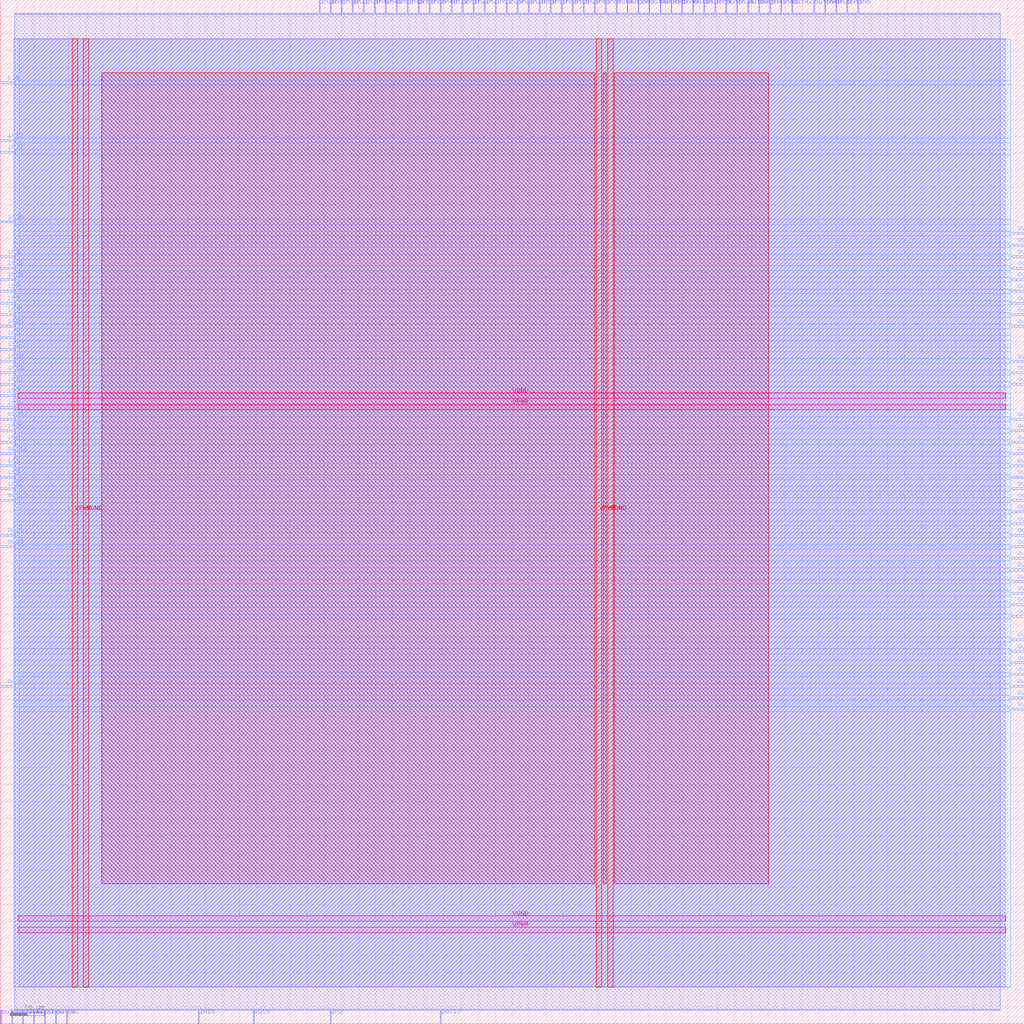
<source format=lef>
VERSION 5.7 ;
  NOWIREEXTENSIONATPIN ON ;
  DIVIDERCHAR "/" ;
  BUSBITCHARS "[]" ;
MACRO netlist_1
  CLASS BLOCK ;
  FOREIGN netlist_1 ;
  ORIGIN 0.000 0.000 ;
  SIZE 300.000 BY 300.000 ;
  PIN VGND
    DIRECTION INOUT ;
    USE GROUND ;
    PORT
      LAYER met4 ;
        RECT 24.340 10.640 25.940 288.560 ;
    END
    PORT
      LAYER met4 ;
        RECT 177.940 10.640 179.540 288.560 ;
    END
    PORT
      LAYER met5 ;
        RECT 5.280 30.030 294.640 31.630 ;
    END
    PORT
      LAYER met5 ;
        RECT 5.280 183.210 294.640 184.810 ;
    END
  END VGND
  PIN VPWR
    DIRECTION INOUT ;
    USE POWER ;
    PORT
      LAYER met4 ;
        RECT 21.040 10.640 22.640 288.560 ;
    END
    PORT
      LAYER met4 ;
        RECT 174.640 10.640 176.240 288.560 ;
    END
    PORT
      LAYER met5 ;
        RECT 5.280 26.730 294.640 28.330 ;
    END
    PORT
      LAYER met5 ;
        RECT 5.280 179.910 294.640 181.510 ;
    END
  END VPWR
  PIN clk
    DIRECTION INPUT ;
    USE SIGNAL ;
    ANTENNAGATEAREA 0.852000 ;
    ANTENNADIFFAREA 0.434700 ;
    PORT
      LAYER met3 ;
        RECT 0.000 275.440 4.000 276.040 ;
    END
  END clk
  PIN in0
    DIRECTION INPUT ;
    USE SIGNAL ;
    ANTENNAGATEAREA 0.247500 ;
    ANTENNADIFFAREA 0.434700 ;
    PORT
      LAYER met3 ;
        RECT 0.000 170.040 4.000 170.640 ;
    END
  END in0
  PIN in1
    DIRECTION INPUT ;
    USE SIGNAL ;
    ANTENNAGATEAREA 0.213000 ;
    ANTENNADIFFAREA 0.434700 ;
    PORT
      LAYER met3 ;
        RECT 0.000 163.240 4.000 163.840 ;
    END
  END in1
  PIN in10
    DIRECTION INPUT ;
    USE SIGNAL ;
    ANTENNAGATEAREA 0.213000 ;
    ANTENNADIFFAREA 0.434700 ;
    PORT
      LAYER met3 ;
        RECT 0.000 180.240 4.000 180.840 ;
    END
  END in10
  PIN in11
    DIRECTION INPUT ;
    USE SIGNAL ;
    ANTENNAGATEAREA 0.213000 ;
    ANTENNADIFFAREA 0.434700 ;
    PORT
      LAYER met3 ;
        RECT 0.000 187.040 4.000 187.640 ;
    END
  END in11
  PIN in12
    DIRECTION INPUT ;
    USE SIGNAL ;
    ANTENNAGATEAREA 0.213000 ;
    ANTENNADIFFAREA 0.434700 ;
    PORT
      LAYER met3 ;
        RECT 0.000 258.440 4.000 259.040 ;
    END
  END in12
  PIN in13
    DIRECTION INPUT ;
    USE SIGNAL ;
    ANTENNAGATEAREA 0.159000 ;
    ANTENNADIFFAREA 0.434700 ;
    PORT
      LAYER met3 ;
        RECT 0.000 190.440 4.000 191.040 ;
    END
  END in13
  PIN in14
    DIRECTION INPUT ;
    USE SIGNAL ;
    ANTENNAGATEAREA 0.213000 ;
    ANTENNADIFFAREA 0.434700 ;
    PORT
      LAYER met2 ;
        RECT 215.830 296.000 216.110 300.000 ;
    END
  END in14
  PIN in15
    DIRECTION INPUT ;
    USE SIGNAL ;
    ANTENNAGATEAREA 0.247500 ;
    ANTENNADIFFAREA 0.434700 ;
    PORT
      LAYER met2 ;
        RECT 58.050 0.000 58.330 4.000 ;
    END
  END in15
  PIN in16
    DIRECTION INPUT ;
    USE SIGNAL ;
    ANTENNAGATEAREA 0.196500 ;
    ANTENNADIFFAREA 0.434700 ;
    PORT
      LAYER met3 ;
        RECT 0.000 193.840 4.000 194.440 ;
    END
  END in16
  PIN in17
    DIRECTION INPUT ;
    USE SIGNAL ;
    ANTENNAGATEAREA 0.159000 ;
    ANTENNADIFFAREA 0.434700 ;
    PORT
      LAYER met3 ;
        RECT 0.000 197.240 4.000 197.840 ;
    END
  END in17
  PIN in18
    DIRECTION INPUT ;
    USE SIGNAL ;
    ANTENNAGATEAREA 0.213000 ;
    ANTENNADIFFAREA 0.434700 ;
    PORT
      LAYER met2 ;
        RECT 206.170 296.000 206.450 300.000 ;
    END
  END in18
  PIN in19
    DIRECTION INPUT ;
    USE SIGNAL ;
    ANTENNAGATEAREA 0.426000 ;
    ANTENNADIFFAREA 0.434700 ;
    PORT
      LAYER met3 ;
        RECT 0.000 234.640 4.000 235.240 ;
    END
  END in19
  PIN in2
    DIRECTION INPUT ;
    USE SIGNAL ;
    ANTENNAGATEAREA 0.426000 ;
    ANTENNADIFFAREA 0.434700 ;
    PORT
      LAYER met2 ;
        RECT 96.690 0.000 96.970 4.000 ;
    END
  END in2
  PIN in20
    DIRECTION INPUT ;
    USE SIGNAL ;
    ANTENNAGATEAREA 0.213000 ;
    ANTENNADIFFAREA 0.434700 ;
    PORT
      LAYER met2 ;
        RECT 170.750 296.000 171.030 300.000 ;
    END
  END in20
  PIN in21
    DIRECTION INPUT ;
    USE SIGNAL ;
    ANTENNAGATEAREA 0.196500 ;
    ANTENNADIFFAREA 0.434700 ;
    PORT
      LAYER met3 ;
        RECT 0.000 255.040 4.000 255.640 ;
    END
  END in21
  PIN in22
    DIRECTION INPUT ;
    USE SIGNAL ;
    ANTENNAGATEAREA 0.213000 ;
    ANTENNADIFFAREA 0.434700 ;
    PORT
      LAYER met3 ;
        RECT 0.000 156.440 4.000 157.040 ;
    END
  END in22
  PIN in23
    DIRECTION INPUT ;
    USE SIGNAL ;
    ANTENNAGATEAREA 0.196500 ;
    ANTENNADIFFAREA 0.434700 ;
    PORT
      LAYER met2 ;
        RECT 151.430 296.000 151.710 300.000 ;
    END
  END in23
  PIN in24
    DIRECTION INPUT ;
    USE SIGNAL ;
    ANTENNAGATEAREA 0.126000 ;
    ANTENNADIFFAREA 0.434700 ;
    PORT
      LAYER met3 ;
        RECT 0.000 204.040 4.000 204.640 ;
    END
  END in24
  PIN in25
    DIRECTION INPUT ;
    USE SIGNAL ;
    ANTENNAGATEAREA 0.196500 ;
    ANTENNADIFFAREA 0.434700 ;
    PORT
      LAYER met3 ;
        RECT 0.000 217.640 4.000 218.240 ;
    END
  END in25
  PIN in26
    DIRECTION INPUT ;
    USE SIGNAL ;
    ANTENNAGATEAREA 0.213000 ;
    ANTENNADIFFAREA 0.434700 ;
    PORT
      LAYER met3 ;
        RECT 0.000 173.440 4.000 174.040 ;
    END
  END in26
  PIN in27
    DIRECTION INPUT ;
    USE SIGNAL ;
    ANTENNAGATEAREA 0.196500 ;
    ANTENNADIFFAREA 0.434700 ;
    PORT
      LAYER met2 ;
        RECT 138.550 296.000 138.830 300.000 ;
    END
  END in27
  PIN in28
    DIRECTION INPUT ;
    USE SIGNAL ;
    ANTENNAGATEAREA 0.126000 ;
    ANTENNADIFFAREA 0.434700 ;
    PORT
      LAYER met2 ;
        RECT 154.650 296.000 154.930 300.000 ;
    END
  END in28
  PIN in29
    DIRECTION INPUT ;
    USE SIGNAL ;
    ANTENNAGATEAREA 0.196500 ;
    ANTENNADIFFAREA 0.434700 ;
    PORT
      LAYER met2 ;
        RECT 148.210 296.000 148.490 300.000 ;
    END
  END in29
  PIN in3
    DIRECTION INPUT ;
    USE SIGNAL ;
    ANTENNAGATEAREA 0.159000 ;
    ANTENNADIFFAREA 0.434700 ;
    PORT
      LAYER met2 ;
        RECT 141.770 296.000 142.050 300.000 ;
    END
  END in3
  PIN in30
    DIRECTION INPUT ;
    USE SIGNAL ;
    ANTENNAGATEAREA 0.213000 ;
    ANTENNADIFFAREA 0.434700 ;
    PORT
      LAYER met2 ;
        RECT 106.350 296.000 106.630 300.000 ;
    END
  END in30
  PIN in31
    DIRECTION INPUT ;
    USE SIGNAL ;
    ANTENNAGATEAREA 0.213000 ;
    ANTENNADIFFAREA 0.434700 ;
    PORT
      LAYER met2 ;
        RECT 103.130 296.000 103.410 300.000 ;
    END
  END in31
  PIN in32
    DIRECTION INPUT ;
    USE SIGNAL ;
    ANTENNAGATEAREA 0.159000 ;
    ANTENNADIFFAREA 0.434700 ;
    PORT
      LAYER met2 ;
        RECT 244.810 296.000 245.090 300.000 ;
    END
  END in32
  PIN in33
    DIRECTION INPUT ;
    USE SIGNAL ;
    ANTENNAGATEAREA 0.213000 ;
    ANTENNADIFFAREA 0.434700 ;
    PORT
      LAYER met3 ;
        RECT 0.000 200.640 4.000 201.240 ;
    END
  END in33
  PIN in34
    DIRECTION INPUT ;
    USE SIGNAL ;
    ANTENNAGATEAREA 0.196500 ;
    ANTENNADIFFAREA 0.434700 ;
    PORT
      LAYER met2 ;
        RECT 132.110 296.000 132.390 300.000 ;
    END
  END in34
  PIN in35
    DIRECTION INPUT ;
    USE SIGNAL ;
    ANTENNAGATEAREA 0.196500 ;
    ANTENNADIFFAREA 0.434700 ;
    PORT
      LAYER met3 ;
        RECT 0.000 207.440 4.000 208.040 ;
    END
  END in35
  PIN in36
    DIRECTION INPUT ;
    USE SIGNAL ;
    ANTENNAGATEAREA 0.196500 ;
    ANTENNADIFFAREA 0.434700 ;
    PORT
      LAYER met2 ;
        RECT 93.470 296.000 93.750 300.000 ;
    END
  END in36
  PIN in37
    DIRECTION INPUT ;
    USE SIGNAL ;
    ANTENNAGATEAREA 0.196500 ;
    ANTENNADIFFAREA 0.434700 ;
    PORT
      LAYER met3 ;
        RECT 0.000 224.440 4.000 225.040 ;
    END
  END in37
  PIN in38
    DIRECTION INPUT ;
    USE SIGNAL ;
    ANTENNAGATEAREA 0.196500 ;
    ANTENNADIFFAREA 0.434700 ;
    PORT
      LAYER met2 ;
        RECT 99.910 296.000 100.190 300.000 ;
    END
  END in38
  PIN in39
    DIRECTION INPUT ;
    USE SIGNAL ;
    ANTENNAGATEAREA 0.196500 ;
    ANTENNADIFFAREA 0.434700 ;
    PORT
      LAYER met3 ;
        RECT 0.000 221.040 4.000 221.640 ;
    END
  END in39
  PIN in4
    DIRECTION INPUT ;
    USE SIGNAL ;
    ANTENNAGATEAREA 0.213000 ;
    ANTENNADIFFAREA 0.434700 ;
    PORT
      LAYER met2 ;
        RECT 96.690 296.000 96.970 300.000 ;
    END
  END in4
  PIN in40
    DIRECTION INPUT ;
    USE SIGNAL ;
    ANTENNAGATEAREA 0.213000 ;
    ANTENNADIFFAREA 0.434700 ;
    PORT
      LAYER met2 ;
        RECT 199.730 296.000 200.010 300.000 ;
    END
  END in40
  PIN in41
    DIRECTION INPUT ;
    USE SIGNAL ;
    ANTENNAGATEAREA 0.196500 ;
    ANTENNADIFFAREA 0.434700 ;
    PORT
      LAYER met2 ;
        RECT 225.490 296.000 225.770 300.000 ;
    END
  END in41
  PIN in42
    DIRECTION INPUT ;
    USE SIGNAL ;
    ANTENNAGATEAREA 0.126000 ;
    ANTENNADIFFAREA 0.434700 ;
    PORT
      LAYER met2 ;
        RECT 109.570 296.000 109.850 300.000 ;
    END
  END in42
  PIN in43
    DIRECTION INPUT ;
    USE SIGNAL ;
    ANTENNAGATEAREA 0.159000 ;
    ANTENNADIFFAREA 0.434700 ;
    PORT
      LAYER met2 ;
        RECT 228.710 296.000 228.990 300.000 ;
    END
  END in43
  PIN in44
    DIRECTION INPUT ;
    USE SIGNAL ;
    ANTENNAGATEAREA 0.213000 ;
    ANTENNADIFFAREA 0.434700 ;
    PORT
      LAYER met2 ;
        RECT 112.790 296.000 113.070 300.000 ;
    END
  END in44
  PIN in45
    DIRECTION INPUT ;
    USE SIGNAL ;
    ANTENNAGATEAREA 0.213000 ;
    ANTENNADIFFAREA 0.434700 ;
    PORT
      LAYER met2 ;
        RECT 196.510 296.000 196.790 300.000 ;
    END
  END in45
  PIN in46
    DIRECTION INPUT ;
    USE SIGNAL ;
    ANTENNAGATEAREA 0.196500 ;
    ANTENNADIFFAREA 0.434700 ;
    PORT
      LAYER met2 ;
        RECT 119.230 296.000 119.510 300.000 ;
    END
  END in46
  PIN in47
    DIRECTION INPUT ;
    USE SIGNAL ;
    ANTENNAGATEAREA 0.213000 ;
    ANTENNADIFFAREA 0.434700 ;
    PORT
      LAYER met2 ;
        RECT 186.850 296.000 187.130 300.000 ;
    END
  END in47
  PIN in48
    DIRECTION INPUT ;
    USE SIGNAL ;
    ANTENNAGATEAREA 0.196500 ;
    ANTENNADIFFAREA 0.434700 ;
    PORT
      LAYER met2 ;
        RECT 128.890 296.000 129.170 300.000 ;
    END
  END in48
  PIN in49
    DIRECTION INPUT ;
    USE SIGNAL ;
    ANTENNAGATEAREA 0.247500 ;
    ANTENNADIFFAREA 0.434700 ;
    PORT
      LAYER met2 ;
        RECT 241.590 296.000 241.870 300.000 ;
    END
  END in49
  PIN in5
    DIRECTION INPUT ;
    USE SIGNAL ;
    ANTENNAGATEAREA 0.159000 ;
    ANTENNADIFFAREA 0.434700 ;
    PORT
      LAYER met3 ;
        RECT 0.000 210.840 4.000 211.440 ;
    END
  END in5
  PIN in50
    DIRECTION INPUT ;
    USE SIGNAL ;
    ANTENNAGATEAREA 0.196500 ;
    ANTENNADIFFAREA 0.434700 ;
    PORT
      LAYER met2 ;
        RECT 135.330 296.000 135.610 300.000 ;
    END
  END in50
  PIN in51
    DIRECTION INPUT ;
    USE SIGNAL ;
    ANTENNAGATEAREA 0.196500 ;
    ANTENNADIFFAREA 0.434700 ;
    PORT
      LAYER met2 ;
        RECT 144.990 296.000 145.270 300.000 ;
    END
  END in51
  PIN in52
    DIRECTION INPUT ;
    USE SIGNAL ;
    ANTENNAGATEAREA 0.126000 ;
    ANTENNADIFFAREA 0.434700 ;
    PORT
      LAYER met2 ;
        RECT 116.010 296.000 116.290 300.000 ;
    END
  END in52
  PIN in53
    DIRECTION INPUT ;
    USE SIGNAL ;
    ANTENNAGATEAREA 0.159000 ;
    ANTENNADIFFAREA 0.434700 ;
    PORT
      LAYER met2 ;
        RECT 164.310 296.000 164.590 300.000 ;
    END
  END in53
  PIN in54
    DIRECTION INPUT ;
    USE SIGNAL ;
    ANTENNAGATEAREA 0.247500 ;
    ANTENNADIFFAREA 0.434700 ;
    PORT
      LAYER met2 ;
        RECT 209.390 296.000 209.670 300.000 ;
    END
  END in54
  PIN in55
    DIRECTION INPUT ;
    USE SIGNAL ;
    ANTENNAGATEAREA 0.196500 ;
    ANTENNADIFFAREA 0.434700 ;
    PORT
      LAYER met2 ;
        RECT 167.530 296.000 167.810 300.000 ;
    END
  END in55
  PIN in56
    DIRECTION INPUT ;
    USE SIGNAL ;
    ANTENNAGATEAREA 0.196500 ;
    ANTENNADIFFAREA 0.434700 ;
    PORT
      LAYER met2 ;
        RECT 125.670 296.000 125.950 300.000 ;
    END
  END in56
  PIN in57
    DIRECTION INPUT ;
    USE SIGNAL ;
    ANTENNAGATEAREA 0.213000 ;
    ANTENNADIFFAREA 0.434700 ;
    PORT
      LAYER met2 ;
        RECT 177.190 296.000 177.470 300.000 ;
    END
  END in57
  PIN in58
    DIRECTION INPUT ;
    USE SIGNAL ;
    ANTENNAGATEAREA 0.196500 ;
    ANTENNADIFFAREA 0.434700 ;
    PORT
      LAYER met2 ;
        RECT 157.870 296.000 158.150 300.000 ;
    END
  END in58
  PIN in59
    DIRECTION INPUT ;
    USE SIGNAL ;
    ANTENNAGATEAREA 0.159000 ;
    ANTENNADIFFAREA 0.434700 ;
    PORT
      LAYER met2 ;
        RECT 161.090 296.000 161.370 300.000 ;
    END
  END in59
  PIN in6
    DIRECTION INPUT ;
    USE SIGNAL ;
    ANTENNAGATEAREA 0.159000 ;
    ANTENNADIFFAREA 0.434700 ;
    PORT
      LAYER met2 ;
        RECT 251.250 296.000 251.530 300.000 ;
    END
  END in6
  PIN in60
    DIRECTION INPUT ;
    USE SIGNAL ;
    ANTENNAGATEAREA 0.196500 ;
    ANTENNADIFFAREA 0.434700 ;
    PORT
      LAYER met2 ;
        RECT 122.450 296.000 122.730 300.000 ;
    END
  END in60
  PIN in61
    DIRECTION INPUT ;
    USE SIGNAL ;
    ANTENNAGATEAREA 0.213000 ;
    ANTENNADIFFAREA 0.434700 ;
    PORT
      LAYER met2 ;
        RECT 173.970 296.000 174.250 300.000 ;
    END
  END in61
  PIN in7
    DIRECTION INPUT ;
    USE SIGNAL ;
    ANTENNAGATEAREA 0.247500 ;
    ANTENNADIFFAREA 0.434700 ;
    PORT
      LAYER met3 ;
        RECT 0.000 183.640 4.000 184.240 ;
    END
  END in7
  PIN in8
    DIRECTION INPUT ;
    USE SIGNAL ;
    ANTENNAGATEAREA 0.213000 ;
    ANTENNADIFFAREA 0.434700 ;
    PORT
      LAYER met3 ;
        RECT 0.000 159.840 4.000 160.440 ;
    END
  END in8
  PIN in9
    DIRECTION INPUT ;
    USE SIGNAL ;
    ANTENNAGATEAREA 0.196500 ;
    ANTENNADIFFAREA 0.434700 ;
    PORT
      LAYER met3 ;
        RECT 0.000 214.240 4.000 214.840 ;
    END
  END in9
  PIN out0
    DIRECTION OUTPUT ;
    USE SIGNAL ;
    ANTENNADIFFAREA 0.445500 ;
    PORT
      LAYER met3 ;
        RECT 0.000 98.640 4.000 99.240 ;
    END
  END out0
  PIN out1
    DIRECTION OUTPUT ;
    USE SIGNAL ;
    ANTENNADIFFAREA 0.445500 ;
    PORT
      LAYER met3 ;
        RECT 296.000 227.840 300.000 228.440 ;
    END
  END out1
  PIN out10
    DIRECTION OUTPUT ;
    USE SIGNAL ;
    ANTENNADIFFAREA 0.340600 ;
    PORT
      LAYER met3 ;
        RECT 296.000 98.640 300.000 99.240 ;
    END
  END out10
  PIN out11
    DIRECTION OUTPUT ;
    USE SIGNAL ;
    ANTENNADIFFAREA 0.445500 ;
    PORT
      LAYER met3 ;
        RECT 0.000 142.840 4.000 143.440 ;
    END
  END out11
  PIN out12
    DIRECTION OUTPUT ;
    USE SIGNAL ;
    ANTENNADIFFAREA 0.445500 ;
    PORT
      LAYER met3 ;
        RECT 0.000 166.640 4.000 167.240 ;
    END
  END out12
  PIN out13
    DIRECTION OUTPUT ;
    USE SIGNAL ;
    ANTENNADIFFAREA 0.445500 ;
    PORT
      LAYER met3 ;
        RECT 296.000 102.040 300.000 102.640 ;
    END
  END out13
  PIN out14
    DIRECTION OUTPUT ;
    USE SIGNAL ;
    ANTENNADIFFAREA 0.445500 ;
    PORT
      LAYER met3 ;
        RECT 296.000 122.440 300.000 123.040 ;
    END
  END out14
  PIN out15
    DIRECTION OUTPUT ;
    USE SIGNAL ;
    ANTENNADIFFAREA 0.445500 ;
    PORT
      LAYER met3 ;
        RECT 296.000 108.840 300.000 109.440 ;
    END
  END out15
  PIN out16
    DIRECTION OUTPUT ;
    USE SIGNAL ;
    ANTENNADIFFAREA 0.445500 ;
    PORT
      LAYER met3 ;
        RECT 296.000 105.440 300.000 106.040 ;
    END
  END out16
  PIN out17
    DIRECTION OUTPUT ;
    USE SIGNAL ;
    ANTENNADIFFAREA 0.340600 ;
    PORT
      LAYER met2 ;
        RECT 128.890 0.000 129.170 4.000 ;
    END
  END out17
  PIN out18
    DIRECTION OUTPUT ;
    USE SIGNAL ;
    ANTENNADIFFAREA 0.445500 ;
    PORT
      LAYER met3 ;
        RECT 296.000 91.840 300.000 92.440 ;
    END
  END out18
  PIN out19
    DIRECTION OUTPUT ;
    USE SIGNAL ;
    ANTENNADIFFAREA 0.795200 ;
    PORT
      LAYER met2 ;
        RECT 183.630 296.000 183.910 300.000 ;
    END
  END out19
  PIN out2
    DIRECTION OUTPUT ;
    USE SIGNAL ;
    ANTENNADIFFAREA 0.340600 ;
    PORT
      LAYER met3 ;
        RECT 296.000 149.640 300.000 150.240 ;
    END
  END out2
  PIN out20
    DIRECTION OUTPUT ;
    USE SIGNAL ;
    ANTENNADIFFAREA 0.445500 ;
    PORT
      LAYER met3 ;
        RECT 296.000 129.240 300.000 129.840 ;
    END
  END out20
  PIN out21
    DIRECTION OUTPUT ;
    USE SIGNAL ;
    ANTENNADIFFAREA 0.445500 ;
    PORT
      LAYER met3 ;
        RECT 0.000 153.040 4.000 153.640 ;
    END
  END out21
  PIN out22
    DIRECTION OUTPUT ;
    USE SIGNAL ;
    ANTENNADIFFAREA 0.445500 ;
    PORT
      LAYER met3 ;
        RECT 296.000 166.640 300.000 167.240 ;
    END
  END out22
  PIN out23
    DIRECTION OUTPUT ;
    USE SIGNAL ;
    ANTENNADIFFAREA 0.340600 ;
    PORT
      LAYER met3 ;
        RECT 296.000 132.640 300.000 133.240 ;
    END
  END out23
  PIN out24
    DIRECTION OUTPUT ;
    USE SIGNAL ;
    ANTENNADIFFAREA 0.340600 ;
    PORT
      LAYER met3 ;
        RECT 296.000 224.440 300.000 225.040 ;
    END
  END out24
  PIN out25
    DIRECTION OUTPUT ;
    USE SIGNAL ;
    ANTENNADIFFAREA 0.445500 ;
    PORT
      LAYER met3 ;
        RECT 296.000 119.040 300.000 119.640 ;
    END
  END out25
  PIN out26
    DIRECTION OUTPUT ;
    USE SIGNAL ;
    ANTENNADIFFAREA 0.340600 ;
    PORT
      LAYER met3 ;
        RECT 296.000 146.240 300.000 146.840 ;
    END
  END out26
  PIN out27
    DIRECTION OUTPUT ;
    USE SIGNAL ;
    ANTENNADIFFAREA 0.340600 ;
    PORT
      LAYER met3 ;
        RECT 296.000 153.040 300.000 153.640 ;
    END
  END out27
  PIN out28
    DIRECTION OUTPUT ;
    USE SIGNAL ;
    PORT
      LAYER met2 ;
        RECT 0.090 0.000 0.370 4.000 ;
    END
  END out28
  PIN out29
    DIRECTION OUTPUT ;
    USE SIGNAL ;
    PORT
      LAYER met2 ;
        RECT 3.310 0.000 3.590 4.000 ;
    END
  END out29
  PIN out3
    DIRECTION OUTPUT ;
    USE SIGNAL ;
    ANTENNADIFFAREA 0.445500 ;
    PORT
      LAYER met3 ;
        RECT 296.000 112.240 300.000 112.840 ;
    END
  END out3
  PIN out30
    DIRECTION OUTPUT ;
    USE SIGNAL ;
    ANTENNADIFFAREA 0.445500 ;
    PORT
      LAYER met3 ;
        RECT 296.000 136.040 300.000 136.640 ;
    END
  END out30
  PIN out31
    DIRECTION OUTPUT ;
    USE SIGNAL ;
    ANTENNADIFFAREA 0.340600 ;
    PORT
      LAYER met3 ;
        RECT 296.000 214.240 300.000 214.840 ;
    END
  END out31
  PIN out32
    DIRECTION OUTPUT ;
    USE SIGNAL ;
    ANTENNADIFFAREA 0.445500 ;
    PORT
      LAYER met3 ;
        RECT 296.000 193.840 300.000 194.440 ;
    END
  END out32
  PIN out33
    DIRECTION OUTPUT ;
    USE SIGNAL ;
    ANTENNADIFFAREA 0.795200 ;
    PORT
      LAYER met2 ;
        RECT 193.290 296.000 193.570 300.000 ;
    END
  END out33
  PIN out34
    DIRECTION OUTPUT ;
    USE SIGNAL ;
    ANTENNADIFFAREA 0.445500 ;
    PORT
      LAYER met3 ;
        RECT 296.000 159.840 300.000 160.440 ;
    END
  END out34
  PIN out35
    DIRECTION OUTPUT ;
    USE SIGNAL ;
    ANTENNADIFFAREA 0.445500 ;
    PORT
      LAYER met3 ;
        RECT 296.000 170.040 300.000 170.640 ;
    END
  END out35
  PIN out36
    DIRECTION OUTPUT ;
    USE SIGNAL ;
    ANTENNADIFFAREA 0.445500 ;
    PORT
      LAYER met3 ;
        RECT 296.000 173.440 300.000 174.040 ;
    END
  END out36
  PIN out37
    DIRECTION OUTPUT ;
    USE SIGNAL ;
    ANTENNADIFFAREA 0.445500 ;
    PORT
      LAYER met3 ;
        RECT 296.000 156.440 300.000 157.040 ;
    END
  END out37
  PIN out38
    DIRECTION OUTPUT ;
    USE SIGNAL ;
    ANTENNADIFFAREA 0.445500 ;
    PORT
      LAYER met3 ;
        RECT 296.000 142.840 300.000 143.440 ;
    END
  END out38
  PIN out39
    DIRECTION OUTPUT ;
    USE SIGNAL ;
    ANTENNADIFFAREA 0.445500 ;
    PORT
      LAYER met3 ;
        RECT 296.000 163.240 300.000 163.840 ;
    END
  END out39
  PIN out4
    DIRECTION OUTPUT ;
    USE SIGNAL ;
    ANTENNADIFFAREA 0.795200 ;
    PORT
      LAYER met2 ;
        RECT 180.410 296.000 180.690 300.000 ;
    END
  END out4
  PIN out40
    DIRECTION OUTPUT ;
    USE SIGNAL ;
    ANTENNADIFFAREA 0.340600 ;
    PORT
      LAYER met3 ;
        RECT 296.000 125.840 300.000 126.440 ;
    END
  END out40
  PIN out41
    DIRECTION OUTPUT ;
    USE SIGNAL ;
    ANTENNADIFFAREA 0.340600 ;
    PORT
      LAYER met3 ;
        RECT 296.000 139.440 300.000 140.040 ;
    END
  END out41
  PIN out42
    DIRECTION OUTPUT ;
    USE SIGNAL ;
    ANTENNADIFFAREA 0.795200 ;
    PORT
      LAYER met2 ;
        RECT 231.930 296.000 232.210 300.000 ;
    END
  END out42
  PIN out43
    DIRECTION OUTPUT ;
    USE SIGNAL ;
    ANTENNADIFFAREA 0.445500 ;
    PORT
      LAYER met3 ;
        RECT 296.000 190.440 300.000 191.040 ;
    END
  END out43
  PIN out44
    DIRECTION OUTPUT ;
    USE SIGNAL ;
    PORT
      LAYER met2 ;
        RECT 6.530 0.000 6.810 4.000 ;
    END
  END out44
  PIN out45
    DIRECTION OUTPUT ;
    USE SIGNAL ;
    ANTENNADIFFAREA 0.445500 ;
    PORT
      LAYER met3 ;
        RECT 296.000 221.040 300.000 221.640 ;
    END
  END out45
  PIN out46
    DIRECTION OUTPUT ;
    USE SIGNAL ;
    ANTENNADIFFAREA 0.340600 ;
    PORT
      LAYER met3 ;
        RECT 296.000 204.040 300.000 204.640 ;
    END
  END out46
  PIN out47
    DIRECTION OUTPUT ;
    USE SIGNAL ;
    ANTENNADIFFAREA 0.445500 ;
    PORT
      LAYER met3 ;
        RECT 296.000 176.840 300.000 177.440 ;
    END
  END out47
  PIN out48
    DIRECTION OUTPUT ;
    USE SIGNAL ;
    ANTENNADIFFAREA 0.795200 ;
    PORT
      LAYER met2 ;
        RECT 202.950 296.000 203.230 300.000 ;
    END
  END out48
  PIN out49
    DIRECTION OUTPUT ;
    USE SIGNAL ;
    ANTENNADIFFAREA 0.795200 ;
    PORT
      LAYER met2 ;
        RECT 190.070 296.000 190.350 300.000 ;
    END
  END out49
  PIN out5
    DIRECTION OUTPUT ;
    USE SIGNAL ;
    ANTENNADIFFAREA 0.445500 ;
    PORT
      LAYER met2 ;
        RECT 74.150 0.000 74.430 4.000 ;
    END
  END out5
  PIN out50
    DIRECTION OUTPUT ;
    USE SIGNAL ;
    ANTENNADIFFAREA 0.445500 ;
    PORT
      LAYER met3 ;
        RECT 296.000 187.040 300.000 187.640 ;
    END
  END out50
  PIN out51
    DIRECTION OUTPUT ;
    USE SIGNAL ;
    PORT
      LAYER met2 ;
        RECT 9.750 0.000 10.030 4.000 ;
    END
  END out51
  PIN out52
    DIRECTION OUTPUT ;
    USE SIGNAL ;
    PORT
      LAYER met2 ;
        RECT 12.970 0.000 13.250 4.000 ;
    END
  END out52
  PIN out53
    DIRECTION OUTPUT ;
    USE SIGNAL ;
    ANTENNADIFFAREA 0.445500 ;
    PORT
      LAYER met3 ;
        RECT 0.000 176.840 4.000 177.440 ;
    END
  END out53
  PIN out54
    DIRECTION OUTPUT ;
    USE SIGNAL ;
    ANTENNADIFFAREA 0.340600 ;
    PORT
      LAYER met3 ;
        RECT 296.000 207.440 300.000 208.040 ;
    END
  END out54
  PIN out55
    DIRECTION OUTPUT ;
    USE SIGNAL ;
    ANTENNADIFFAREA 0.445500 ;
    PORT
      LAYER met3 ;
        RECT 296.000 210.840 300.000 211.440 ;
    END
  END out55
  PIN out56
    DIRECTION OUTPUT ;
    USE SIGNAL ;
    ANTENNADIFFAREA 0.445500 ;
    PORT
      LAYER met3 ;
        RECT 296.000 217.640 300.000 218.240 ;
    END
  END out56
  PIN out57
    DIRECTION OUTPUT ;
    USE SIGNAL ;
    ANTENNADIFFAREA 0.340600 ;
    PORT
      LAYER met2 ;
        RECT 222.270 296.000 222.550 300.000 ;
    END
  END out57
  PIN out58
    DIRECTION OUTPUT ;
    USE SIGNAL ;
    PORT
      LAYER met2 ;
        RECT 16.190 0.000 16.470 4.000 ;
    END
  END out58
  PIN out59
    DIRECTION OUTPUT ;
    USE SIGNAL ;
    ANTENNADIFFAREA 0.340600 ;
    PORT
      LAYER met2 ;
        RECT 238.370 296.000 238.650 300.000 ;
    END
  END out59
  PIN out6
    DIRECTION OUTPUT ;
    USE SIGNAL ;
    ANTENNADIFFAREA 0.795200 ;
    PORT
      LAYER met2 ;
        RECT 212.610 296.000 212.890 300.000 ;
    END
  END out6
  PIN out60
    DIRECTION OUTPUT ;
    USE SIGNAL ;
    ANTENNADIFFAREA 0.795200 ;
    PORT
      LAYER met2 ;
        RECT 219.050 296.000 219.330 300.000 ;
    END
  END out60
  PIN out61
    DIRECTION OUTPUT ;
    USE SIGNAL ;
    ANTENNADIFFAREA 0.340600 ;
    PORT
      LAYER met3 ;
        RECT 296.000 231.240 300.000 231.840 ;
    END
  END out61
  PIN out7
    DIRECTION OUTPUT ;
    USE SIGNAL ;
    ANTENNADIFFAREA 0.340600 ;
    PORT
      LAYER met2 ;
        RECT 248.030 296.000 248.310 300.000 ;
    END
  END out7
  PIN out8
    DIRECTION OUTPUT ;
    USE SIGNAL ;
    ANTENNADIFFAREA 0.340600 ;
    PORT
      LAYER met3 ;
        RECT 296.000 95.240 300.000 95.840 ;
    END
  END out8
  PIN out9
    DIRECTION OUTPUT ;
    USE SIGNAL ;
    ANTENNADIFFAREA 0.445500 ;
    PORT
      LAYER met3 ;
        RECT 0.000 139.440 4.000 140.040 ;
    END
  END out9
  PIN rst
    DIRECTION INPUT ;
    USE SIGNAL ;
    PORT
      LAYER met2 ;
        RECT 19.410 0.000 19.690 4.000 ;
    END
  END rst
  OBS
      LAYER li1 ;
        RECT 5.520 10.795 294.400 288.405 ;
      LAYER met1 ;
        RECT 4.210 10.640 294.400 288.560 ;
      LAYER met2 ;
        RECT 4.230 295.720 93.190 296.000 ;
        RECT 94.030 295.720 96.410 296.000 ;
        RECT 97.250 295.720 99.630 296.000 ;
        RECT 100.470 295.720 102.850 296.000 ;
        RECT 103.690 295.720 106.070 296.000 ;
        RECT 106.910 295.720 109.290 296.000 ;
        RECT 110.130 295.720 112.510 296.000 ;
        RECT 113.350 295.720 115.730 296.000 ;
        RECT 116.570 295.720 118.950 296.000 ;
        RECT 119.790 295.720 122.170 296.000 ;
        RECT 123.010 295.720 125.390 296.000 ;
        RECT 126.230 295.720 128.610 296.000 ;
        RECT 129.450 295.720 131.830 296.000 ;
        RECT 132.670 295.720 135.050 296.000 ;
        RECT 135.890 295.720 138.270 296.000 ;
        RECT 139.110 295.720 141.490 296.000 ;
        RECT 142.330 295.720 144.710 296.000 ;
        RECT 145.550 295.720 147.930 296.000 ;
        RECT 148.770 295.720 151.150 296.000 ;
        RECT 151.990 295.720 154.370 296.000 ;
        RECT 155.210 295.720 157.590 296.000 ;
        RECT 158.430 295.720 160.810 296.000 ;
        RECT 161.650 295.720 164.030 296.000 ;
        RECT 164.870 295.720 167.250 296.000 ;
        RECT 168.090 295.720 170.470 296.000 ;
        RECT 171.310 295.720 173.690 296.000 ;
        RECT 174.530 295.720 176.910 296.000 ;
        RECT 177.750 295.720 180.130 296.000 ;
        RECT 180.970 295.720 183.350 296.000 ;
        RECT 184.190 295.720 186.570 296.000 ;
        RECT 187.410 295.720 189.790 296.000 ;
        RECT 190.630 295.720 193.010 296.000 ;
        RECT 193.850 295.720 196.230 296.000 ;
        RECT 197.070 295.720 199.450 296.000 ;
        RECT 200.290 295.720 202.670 296.000 ;
        RECT 203.510 295.720 205.890 296.000 ;
        RECT 206.730 295.720 209.110 296.000 ;
        RECT 209.950 295.720 212.330 296.000 ;
        RECT 213.170 295.720 215.550 296.000 ;
        RECT 216.390 295.720 218.770 296.000 ;
        RECT 219.610 295.720 221.990 296.000 ;
        RECT 222.830 295.720 225.210 296.000 ;
        RECT 226.050 295.720 228.430 296.000 ;
        RECT 229.270 295.720 231.650 296.000 ;
        RECT 232.490 295.720 238.090 296.000 ;
        RECT 238.930 295.720 241.310 296.000 ;
        RECT 242.150 295.720 244.530 296.000 ;
        RECT 245.370 295.720 247.750 296.000 ;
        RECT 248.590 295.720 250.970 296.000 ;
        RECT 251.810 295.720 292.930 296.000 ;
        RECT 4.230 4.280 292.930 295.720 ;
        RECT 4.230 4.000 6.250 4.280 ;
        RECT 7.090 4.000 9.470 4.280 ;
        RECT 10.310 4.000 12.690 4.280 ;
        RECT 13.530 4.000 15.910 4.280 ;
        RECT 16.750 4.000 19.130 4.280 ;
        RECT 19.970 4.000 57.770 4.280 ;
        RECT 58.610 4.000 73.870 4.280 ;
        RECT 74.710 4.000 96.410 4.280 ;
        RECT 97.250 4.000 128.610 4.280 ;
        RECT 129.450 4.000 292.930 4.280 ;
      LAYER met3 ;
        RECT 3.990 276.440 296.000 288.485 ;
        RECT 4.400 275.040 296.000 276.440 ;
        RECT 3.990 259.440 296.000 275.040 ;
        RECT 4.400 258.040 296.000 259.440 ;
        RECT 3.990 256.040 296.000 258.040 ;
        RECT 4.400 254.640 296.000 256.040 ;
        RECT 3.990 235.640 296.000 254.640 ;
        RECT 4.400 234.240 296.000 235.640 ;
        RECT 3.990 232.240 296.000 234.240 ;
        RECT 3.990 230.840 295.600 232.240 ;
        RECT 3.990 228.840 296.000 230.840 ;
        RECT 3.990 227.440 295.600 228.840 ;
        RECT 3.990 225.440 296.000 227.440 ;
        RECT 4.400 224.040 295.600 225.440 ;
        RECT 3.990 222.040 296.000 224.040 ;
        RECT 4.400 220.640 295.600 222.040 ;
        RECT 3.990 218.640 296.000 220.640 ;
        RECT 4.400 217.240 295.600 218.640 ;
        RECT 3.990 215.240 296.000 217.240 ;
        RECT 4.400 213.840 295.600 215.240 ;
        RECT 3.990 211.840 296.000 213.840 ;
        RECT 4.400 210.440 295.600 211.840 ;
        RECT 3.990 208.440 296.000 210.440 ;
        RECT 4.400 207.040 295.600 208.440 ;
        RECT 3.990 205.040 296.000 207.040 ;
        RECT 4.400 203.640 295.600 205.040 ;
        RECT 3.990 201.640 296.000 203.640 ;
        RECT 4.400 200.240 296.000 201.640 ;
        RECT 3.990 198.240 296.000 200.240 ;
        RECT 4.400 196.840 296.000 198.240 ;
        RECT 3.990 194.840 296.000 196.840 ;
        RECT 4.400 193.440 295.600 194.840 ;
        RECT 3.990 191.440 296.000 193.440 ;
        RECT 4.400 190.040 295.600 191.440 ;
        RECT 3.990 188.040 296.000 190.040 ;
        RECT 4.400 186.640 295.600 188.040 ;
        RECT 3.990 184.640 296.000 186.640 ;
        RECT 4.400 183.240 296.000 184.640 ;
        RECT 3.990 181.240 296.000 183.240 ;
        RECT 4.400 179.840 296.000 181.240 ;
        RECT 3.990 177.840 296.000 179.840 ;
        RECT 4.400 176.440 295.600 177.840 ;
        RECT 3.990 174.440 296.000 176.440 ;
        RECT 4.400 173.040 295.600 174.440 ;
        RECT 3.990 171.040 296.000 173.040 ;
        RECT 4.400 169.640 295.600 171.040 ;
        RECT 3.990 167.640 296.000 169.640 ;
        RECT 4.400 166.240 295.600 167.640 ;
        RECT 3.990 164.240 296.000 166.240 ;
        RECT 4.400 162.840 295.600 164.240 ;
        RECT 3.990 160.840 296.000 162.840 ;
        RECT 4.400 159.440 295.600 160.840 ;
        RECT 3.990 157.440 296.000 159.440 ;
        RECT 4.400 156.040 295.600 157.440 ;
        RECT 3.990 154.040 296.000 156.040 ;
        RECT 4.400 152.640 295.600 154.040 ;
        RECT 3.990 150.640 296.000 152.640 ;
        RECT 3.990 149.240 295.600 150.640 ;
        RECT 3.990 147.240 296.000 149.240 ;
        RECT 3.990 145.840 295.600 147.240 ;
        RECT 3.990 143.840 296.000 145.840 ;
        RECT 4.400 142.440 295.600 143.840 ;
        RECT 3.990 140.440 296.000 142.440 ;
        RECT 4.400 139.040 295.600 140.440 ;
        RECT 3.990 137.040 296.000 139.040 ;
        RECT 3.990 135.640 295.600 137.040 ;
        RECT 3.990 133.640 296.000 135.640 ;
        RECT 3.990 132.240 295.600 133.640 ;
        RECT 3.990 130.240 296.000 132.240 ;
        RECT 3.990 128.840 295.600 130.240 ;
        RECT 3.990 126.840 296.000 128.840 ;
        RECT 3.990 125.440 295.600 126.840 ;
        RECT 3.990 123.440 296.000 125.440 ;
        RECT 3.990 122.040 295.600 123.440 ;
        RECT 3.990 120.040 296.000 122.040 ;
        RECT 3.990 118.640 295.600 120.040 ;
        RECT 3.990 113.240 296.000 118.640 ;
        RECT 3.990 111.840 295.600 113.240 ;
        RECT 3.990 109.840 296.000 111.840 ;
        RECT 3.990 108.440 295.600 109.840 ;
        RECT 3.990 106.440 296.000 108.440 ;
        RECT 3.990 105.040 295.600 106.440 ;
        RECT 3.990 103.040 296.000 105.040 ;
        RECT 3.990 101.640 295.600 103.040 ;
        RECT 3.990 99.640 296.000 101.640 ;
        RECT 4.400 98.240 295.600 99.640 ;
        RECT 3.990 96.240 296.000 98.240 ;
        RECT 3.990 94.840 295.600 96.240 ;
        RECT 3.990 92.840 296.000 94.840 ;
        RECT 3.990 91.440 295.600 92.840 ;
        RECT 3.990 10.715 296.000 91.440 ;
      LAYER met4 ;
        RECT 29.735 40.975 174.240 278.625 ;
        RECT 176.640 40.975 177.540 278.625 ;
        RECT 179.940 40.975 225.105 278.625 ;
  END
END netlist_1
END LIBRARY


</source>
